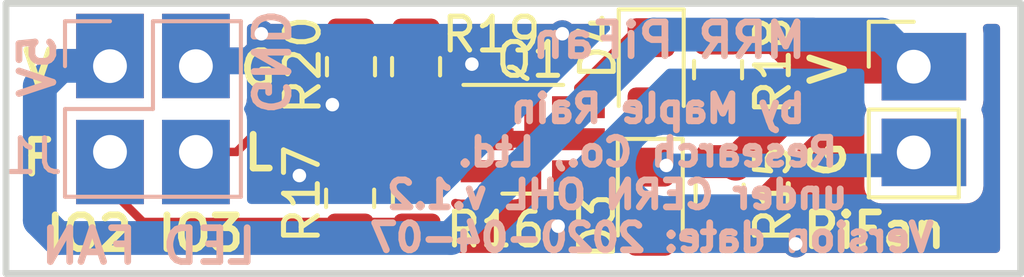
<source format=kicad_pcb>
(kicad_pcb (version 20171130) (host pcbnew 5.1.5-52549c5~86~ubuntu18.04.1)

  (general
    (thickness 1.6)
    (drawings 21)
    (tracks 77)
    (zones 0)
    (modules 11)
    (nets 11)
  )

  (page A4)
  (title_block
    (title "MRR PiFan")
    (date 2020-04-07)
    (company "Maple Rain Research Co., Ltd.")
  )

  (layers
    (0 F.Cu signal)
    (31 B.Cu signal)
    (32 B.Adhes user)
    (33 F.Adhes user)
    (34 B.Paste user)
    (35 F.Paste user)
    (36 B.SilkS user)
    (37 F.SilkS user)
    (38 B.Mask user)
    (39 F.Mask user)
    (40 Dwgs.User user)
    (41 Cmts.User user)
    (42 Eco1.User user)
    (43 Eco2.User user)
    (44 Edge.Cuts user)
    (45 Margin user)
    (46 B.CrtYd user)
    (47 F.CrtYd user)
    (48 B.Fab user hide)
    (49 F.Fab user hide)
  )

  (setup
    (last_trace_width 0.25)
    (trace_clearance 0.2)
    (zone_clearance 0.508)
    (zone_45_only no)
    (trace_min 0.2)
    (via_size 0.8)
    (via_drill 0.4)
    (via_min_size 0.4)
    (via_min_drill 0.3)
    (uvia_size 0.3)
    (uvia_drill 0.1)
    (uvias_allowed no)
    (uvia_min_size 0.2)
    (uvia_min_drill 0.1)
    (edge_width 0.2)
    (segment_width 0.2)
    (pcb_text_width 0.3)
    (pcb_text_size 1.5 1.5)
    (mod_edge_width 0.15)
    (mod_text_size 1 1)
    (mod_text_width 0.15)
    (pad_size 2 2.5)
    (pad_drill 1)
    (pad_to_mask_clearance 0.051)
    (solder_mask_min_width 0.25)
    (aux_axis_origin 0 0)
    (visible_elements FFFFFF7F)
    (pcbplotparams
      (layerselection 0x010fc_ffffffff)
      (usegerberextensions true)
      (usegerberattributes false)
      (usegerberadvancedattributes false)
      (creategerberjobfile false)
      (excludeedgelayer true)
      (linewidth 0.100000)
      (plotframeref false)
      (viasonmask false)
      (mode 1)
      (useauxorigin false)
      (hpglpennumber 1)
      (hpglpenspeed 20)
      (hpglpendiameter 15.000000)
      (psnegative false)
      (psa4output false)
      (plotreference true)
      (plotvalue true)
      (plotinvisibletext false)
      (padsonsilk false)
      (subtractmaskfromsilk false)
      (outputformat 1)
      (mirror false)
      (drillshape 0)
      (scaleselection 1)
      (outputdirectory "gerber/"))
  )

  (net 0 "")
  (net 1 GND)
  (net 2 +5V)
  (net 3 "Net-(Q1-Pad3)")
  (net 4 "Net-(Q1-Pad1)")
  (net 5 FAN_C_GND)
  (net 6 "Net-(D3-Pad2)")
  (net 7 "Net-(D4-Pad2)")
  (net 8 "Net-(D4-Pad1)")
  (net 9 GPIO3)
  (net 10 GPIO2)

  (net_class Default "This is the default net class."
    (clearance 0.2)
    (trace_width 0.25)
    (via_dia 0.8)
    (via_drill 0.4)
    (uvia_dia 0.3)
    (uvia_drill 0.1)
    (add_net FAN_C_GND)
    (add_net GPIO2)
    (add_net GPIO3)
    (add_net "Net-(D3-Pad2)")
    (add_net "Net-(D4-Pad1)")
    (add_net "Net-(D4-Pad2)")
    (add_net "Net-(Q1-Pad1)")
    (add_net "Net-(Q1-Pad3)")
  )

  (net_class PWR ""
    (clearance 0.2)
    (trace_width 0.5)
    (via_dia 0.8)
    (via_drill 0.4)
    (uvia_dia 0.3)
    (uvia_drill 0.1)
    (add_net +5V)
    (add_net GND)
  )

  (module LED_SMD:LED_0805_2012Metric_Pad1.15x1.40mm_HandSolder (layer F.Cu) (tedit 5B4B45C9) (tstamp 5E6EDD28)
    (at 109.05 145.875 270)
    (descr "LED SMD 0805 (2012 Metric), square (rectangular) end terminal, IPC_7351 nominal, (Body size source: https://docs.google.com/spreadsheets/d/1BsfQQcO9C6DZCsRaXUlFlo91Tg2WpOkGARC1WS5S8t0/edit?usp=sharing), generated with kicad-footprint-generator")
    (tags "LED handsolder")
    (path /5E6F1493)
    (attr smd)
    (fp_text reference D3 (at 0.725 1.575 270) (layer F.SilkS)
      (effects (font (size 1 1) (thickness 0.15)))
    )
    (fp_text value LED (at 0 1.65 270) (layer F.Fab)
      (effects (font (size 1 1) (thickness 0.15)))
    )
    (fp_line (start 1 -0.6) (end -0.7 -0.6) (layer F.Fab) (width 0.1))
    (fp_line (start -0.7 -0.6) (end -1 -0.3) (layer F.Fab) (width 0.1))
    (fp_line (start -1 -0.3) (end -1 0.6) (layer F.Fab) (width 0.1))
    (fp_line (start -1 0.6) (end 1 0.6) (layer F.Fab) (width 0.1))
    (fp_line (start 1 0.6) (end 1 -0.6) (layer F.Fab) (width 0.1))
    (fp_line (start 1 -0.96) (end -1.86 -0.96) (layer F.SilkS) (width 0.12))
    (fp_line (start -1.86 -0.96) (end -1.86 0.96) (layer F.SilkS) (width 0.12))
    (fp_line (start -1.86 0.96) (end 1 0.96) (layer F.SilkS) (width 0.12))
    (fp_line (start -1.85 0.95) (end -1.85 -0.95) (layer F.CrtYd) (width 0.05))
    (fp_line (start -1.85 -0.95) (end 1.85 -0.95) (layer F.CrtYd) (width 0.05))
    (fp_line (start 1.85 -0.95) (end 1.85 0.95) (layer F.CrtYd) (width 0.05))
    (fp_line (start 1.85 0.95) (end -1.85 0.95) (layer F.CrtYd) (width 0.05))
    (fp_text user %R (at 0 0 270) (layer F.Fab)
      (effects (font (size 0.5 0.5) (thickness 0.08)))
    )
    (pad 1 smd roundrect (at -1.025 0 270) (size 1.15 1.4) (layers F.Cu F.Paste F.Mask) (roundrect_rratio 0.217391)
      (net 5 FAN_C_GND))
    (pad 2 smd roundrect (at 1.025 0 270) (size 1.15 1.4) (layers F.Cu F.Paste F.Mask) (roundrect_rratio 0.217391)
      (net 6 "Net-(D3-Pad2)"))
    (model ${KISYS3DMOD}/LED_SMD.3dshapes/LED_0805_2012Metric.wrl
      (at (xyz 0 0 0))
      (scale (xyz 1 1 1))
      (rotate (xyz 0 0 0))
    )
  )

  (module LED_SMD:LED_0805_2012Metric_Pad1.15x1.40mm_HandSolder (layer F.Cu) (tedit 5B4B45C9) (tstamp 5E6EDD3B)
    (at 109.078336 142.039811 270)
    (descr "LED SMD 0805 (2012 Metric), square (rectangular) end terminal, IPC_7351 nominal, (Body size source: https://docs.google.com/spreadsheets/d/1BsfQQcO9C6DZCsRaXUlFlo91Tg2WpOkGARC1WS5S8t0/edit?usp=sharing), generated with kicad-footprint-generator")
    (tags "LED handsolder")
    (path /5E6F30D8)
    (attr smd)
    (fp_text reference D4 (at -0.764811 1.578336 270) (layer F.SilkS)
      (effects (font (size 1 1) (thickness 0.15)))
    )
    (fp_text value LED (at 0 1.65 270) (layer F.Fab)
      (effects (font (size 1 1) (thickness 0.15)))
    )
    (fp_text user %R (at 0 0 270) (layer F.Fab)
      (effects (font (size 0.5 0.5) (thickness 0.08)))
    )
    (fp_line (start 1.85 0.95) (end -1.85 0.95) (layer F.CrtYd) (width 0.05))
    (fp_line (start 1.85 -0.95) (end 1.85 0.95) (layer F.CrtYd) (width 0.05))
    (fp_line (start -1.85 -0.95) (end 1.85 -0.95) (layer F.CrtYd) (width 0.05))
    (fp_line (start -1.85 0.95) (end -1.85 -0.95) (layer F.CrtYd) (width 0.05))
    (fp_line (start -1.86 0.96) (end 1 0.96) (layer F.SilkS) (width 0.12))
    (fp_line (start -1.86 -0.96) (end -1.86 0.96) (layer F.SilkS) (width 0.12))
    (fp_line (start 1 -0.96) (end -1.86 -0.96) (layer F.SilkS) (width 0.12))
    (fp_line (start 1 0.6) (end 1 -0.6) (layer F.Fab) (width 0.1))
    (fp_line (start -1 0.6) (end 1 0.6) (layer F.Fab) (width 0.1))
    (fp_line (start -1 -0.3) (end -1 0.6) (layer F.Fab) (width 0.1))
    (fp_line (start -0.7 -0.6) (end -1 -0.3) (layer F.Fab) (width 0.1))
    (fp_line (start 1 -0.6) (end -0.7 -0.6) (layer F.Fab) (width 0.1))
    (pad 2 smd roundrect (at 1.025 0 270) (size 1.15 1.4) (layers F.Cu F.Paste F.Mask) (roundrect_rratio 0.217391)
      (net 7 "Net-(D4-Pad2)"))
    (pad 1 smd roundrect (at -1.025 0 270) (size 1.15 1.4) (layers F.Cu F.Paste F.Mask) (roundrect_rratio 0.217391)
      (net 8 "Net-(D4-Pad1)"))
    (model ${KISYS3DMOD}/LED_SMD.3dshapes/LED_0805_2012Metric.wrl
      (at (xyz 0 0 0))
      (scale (xyz 1 1 1))
      (rotate (xyz 0 0 0))
    )
  )

  (module Connector_PinHeader_2.54mm:PinHeader_1x02_P2.54mm_Vertical (layer F.Cu) (tedit 5E6F74E3) (tstamp 5E6EDD7D)
    (at 116.84 141.875)
    (descr "Through hole straight pin header, 1x02, 2.54mm pitch, single row")
    (tags "Through hole pin header THT 1x02 2.54mm single row")
    (path /5E6F41F5)
    (fp_text reference J2 (at 0 -2.33) (layer F.Fab)
      (effects (font (size 1 1) (thickness 0.15)))
    )
    (fp_text value FAN_B_CTRL (at 0 4.87) (layer F.Fab)
      (effects (font (size 1 1) (thickness 0.15)))
    )
    (fp_line (start -0.635 -1.27) (end 1.27 -1.27) (layer F.Fab) (width 0.1))
    (fp_line (start 1.27 -1.27) (end 1.27 3.81) (layer F.Fab) (width 0.1))
    (fp_line (start 1.27 3.81) (end -1.27 3.81) (layer F.Fab) (width 0.1))
    (fp_line (start -1.27 3.81) (end -1.27 -0.635) (layer F.Fab) (width 0.1))
    (fp_line (start -1.27 -0.635) (end -0.635 -1.27) (layer F.Fab) (width 0.1))
    (fp_line (start -1.33 3.87) (end 1.33 3.87) (layer F.SilkS) (width 0.12))
    (fp_line (start -1.33 1.27) (end -1.33 3.87) (layer F.SilkS) (width 0.12))
    (fp_line (start 1.33 1.27) (end 1.33 3.87) (layer F.SilkS) (width 0.12))
    (fp_line (start -1.33 1.27) (end 1.33 1.27) (layer F.SilkS) (width 0.12))
    (fp_line (start -1.33 0) (end -1.33 -1.33) (layer F.SilkS) (width 0.12))
    (fp_line (start -1.33 -1.33) (end 0 -1.33) (layer F.SilkS) (width 0.12))
    (fp_line (start -1.8 -1.8) (end -1.8 4.35) (layer F.CrtYd) (width 0.05))
    (fp_line (start -1.8 4.35) (end 1.8 4.35) (layer F.CrtYd) (width 0.05))
    (fp_line (start 1.8 4.35) (end 1.8 -1.8) (layer F.CrtYd) (width 0.05))
    (fp_line (start 1.8 -1.8) (end -1.8 -1.8) (layer F.CrtYd) (width 0.05))
    (fp_text user %R (at 0 1.27 90) (layer F.Fab)
      (effects (font (size 1 1) (thickness 0.15)))
    )
    (pad 1 thru_hole rect (at 0 0) (size 2.5 2) (drill 1 (offset 0.3 0)) (layers *.Cu *.Mask)
      (net 2 +5V))
    (pad 2 thru_hole rect (at 0 2.54) (size 2.5 2) (drill 1 (offset 0.3 0)) (layers *.Cu *.Mask)
      (net 5 FAN_C_GND))
    (model ${KISYS3DMOD}/Connector_PinHeader_2.54mm.3dshapes/PinHeader_1x02_P2.54mm_Vertical.wrl
      (at (xyz 0 0 0))
      (scale (xyz 1 1 1))
      (rotate (xyz 0 0 0))
    )
  )

  (module Package_TO_SOT_SMD:SOT-23-6_Handsoldering (layer F.Cu) (tedit 5A02FF57) (tstamp 5E6EDD93)
    (at 105.575 144.025)
    (descr "6-pin SOT-23 package, Handsoldering")
    (tags "SOT-23-6 Handsoldering")
    (path /5E6F14A4)
    (attr smd)
    (fp_text reference Q1 (at -0.075 -2.35) (layer F.SilkS)
      (effects (font (size 1 1) (thickness 0.15)))
    )
    (fp_text value WST3392 (at 0 2.9) (layer F.Fab)
      (effects (font (size 1 1) (thickness 0.15)))
    )
    (fp_text user %R (at 0 0 90) (layer F.Fab)
      (effects (font (size 0.5 0.5) (thickness 0.075)))
    )
    (fp_line (start -0.9 1.61) (end 0.9 1.61) (layer F.SilkS) (width 0.12))
    (fp_line (start 0.9 -1.61) (end -2.05 -1.61) (layer F.SilkS) (width 0.12))
    (fp_line (start -2.4 1.8) (end -2.4 -1.8) (layer F.CrtYd) (width 0.05))
    (fp_line (start 2.4 1.8) (end -2.4 1.8) (layer F.CrtYd) (width 0.05))
    (fp_line (start 2.4 -1.8) (end 2.4 1.8) (layer F.CrtYd) (width 0.05))
    (fp_line (start -2.4 -1.8) (end 2.4 -1.8) (layer F.CrtYd) (width 0.05))
    (fp_line (start -0.9 -0.9) (end -0.25 -1.55) (layer F.Fab) (width 0.1))
    (fp_line (start 0.9 -1.55) (end -0.25 -1.55) (layer F.Fab) (width 0.1))
    (fp_line (start -0.9 -0.9) (end -0.9 1.55) (layer F.Fab) (width 0.1))
    (fp_line (start 0.9 1.55) (end -0.9 1.55) (layer F.Fab) (width 0.1))
    (fp_line (start 0.9 -1.55) (end 0.9 1.55) (layer F.Fab) (width 0.1))
    (pad 1 smd rect (at -1.35 -0.95) (size 1.56 0.65) (layers F.Cu F.Paste F.Mask)
      (net 4 "Net-(Q1-Pad1)"))
    (pad 2 smd rect (at -1.35 0) (size 1.56 0.65) (layers F.Cu F.Paste F.Mask)
      (net 1 GND))
    (pad 3 smd rect (at -1.35 0.95) (size 1.56 0.65) (layers F.Cu F.Paste F.Mask)
      (net 3 "Net-(Q1-Pad3)"))
    (pad 4 smd rect (at 1.35 0.95) (size 1.56 0.65) (layers F.Cu F.Paste F.Mask)
      (net 5 FAN_C_GND))
    (pad 6 smd rect (at 1.35 -0.95) (size 1.56 0.65) (layers F.Cu F.Paste F.Mask)
      (net 8 "Net-(D4-Pad1)"))
    (pad 5 smd rect (at 1.35 0) (size 1.56 0.65) (layers F.Cu F.Paste F.Mask)
      (net 1 GND))
    (model ${KISYS3DMOD}/Package_TO_SOT_SMD.3dshapes/SOT-23-6.wrl
      (at (xyz 0 0 0))
      (scale (xyz 1 1 1))
      (rotate (xyz 0 0 0))
    )
  )

  (module Resistor_SMD:R_0805_2012Metric (layer F.Cu) (tedit 5B36C52B) (tstamp 5E6EDDA4)
    (at 111.1 145.625 90)
    (descr "Resistor SMD 0805 (2012 Metric), square (rectangular) end terminal, IPC_7351 nominal, (Body size source: https://docs.google.com/spreadsheets/d/1BsfQQcO9C6DZCsRaXUlFlo91Tg2WpOkGARC1WS5S8t0/edit?usp=sharing), generated with kicad-footprint-generator")
    (tags resistor)
    (path /5E6F149A)
    (attr smd)
    (fp_text reference R15 (at -0.025 1.575 90) (layer F.SilkS)
      (effects (font (size 1 1) (thickness 0.15)))
    )
    (fp_text value 330R (at 0 1.65 90) (layer F.Fab)
      (effects (font (size 1 1) (thickness 0.15)))
    )
    (fp_text user %R (at 0 0 90) (layer F.Fab)
      (effects (font (size 0.5 0.5) (thickness 0.08)))
    )
    (fp_line (start 1.68 0.95) (end -1.68 0.95) (layer F.CrtYd) (width 0.05))
    (fp_line (start 1.68 -0.95) (end 1.68 0.95) (layer F.CrtYd) (width 0.05))
    (fp_line (start -1.68 -0.95) (end 1.68 -0.95) (layer F.CrtYd) (width 0.05))
    (fp_line (start -1.68 0.95) (end -1.68 -0.95) (layer F.CrtYd) (width 0.05))
    (fp_line (start -0.258578 0.71) (end 0.258578 0.71) (layer F.SilkS) (width 0.12))
    (fp_line (start -0.258578 -0.71) (end 0.258578 -0.71) (layer F.SilkS) (width 0.12))
    (fp_line (start 1 0.6) (end -1 0.6) (layer F.Fab) (width 0.1))
    (fp_line (start 1 -0.6) (end 1 0.6) (layer F.Fab) (width 0.1))
    (fp_line (start -1 -0.6) (end 1 -0.6) (layer F.Fab) (width 0.1))
    (fp_line (start -1 0.6) (end -1 -0.6) (layer F.Fab) (width 0.1))
    (pad 2 smd roundrect (at 0.9375 0 90) (size 0.975 1.4) (layers F.Cu F.Paste F.Mask) (roundrect_rratio 0.25)
      (net 2 +5V))
    (pad 1 smd roundrect (at -0.9375 0 90) (size 0.975 1.4) (layers F.Cu F.Paste F.Mask) (roundrect_rratio 0.25)
      (net 6 "Net-(D3-Pad2)"))
    (model ${KISYS3DMOD}/Resistor_SMD.3dshapes/R_0805_2012Metric.wrl
      (at (xyz 0 0 0))
      (scale (xyz 1 1 1))
      (rotate (xyz 0 0 0))
    )
  )

  (module Resistor_SMD:R_0805_2012Metric (layer F.Cu) (tedit 5B36C52B) (tstamp 5E6EDDB5)
    (at 102.15 145.775 270)
    (descr "Resistor SMD 0805 (2012 Metric), square (rectangular) end terminal, IPC_7351 nominal, (Body size source: https://docs.google.com/spreadsheets/d/1BsfQQcO9C6DZCsRaXUlFlo91Tg2WpOkGARC1WS5S8t0/edit?usp=sharing), generated with kicad-footprint-generator")
    (tags resistor)
    (path /5E6F1477)
    (attr smd)
    (fp_text reference R16 (at 0.925 -2.325) (layer F.SilkS)
      (effects (font (size 1 1) (thickness 0.15)))
    )
    (fp_text value 10R (at 0 1.65 270) (layer F.Fab)
      (effects (font (size 1 1) (thickness 0.15)))
    )
    (fp_text user %R (at 0 0 270) (layer F.Fab)
      (effects (font (size 0.5 0.5) (thickness 0.08)))
    )
    (fp_line (start 1.68 0.95) (end -1.68 0.95) (layer F.CrtYd) (width 0.05))
    (fp_line (start 1.68 -0.95) (end 1.68 0.95) (layer F.CrtYd) (width 0.05))
    (fp_line (start -1.68 -0.95) (end 1.68 -0.95) (layer F.CrtYd) (width 0.05))
    (fp_line (start -1.68 0.95) (end -1.68 -0.95) (layer F.CrtYd) (width 0.05))
    (fp_line (start -0.258578 0.71) (end 0.258578 0.71) (layer F.SilkS) (width 0.12))
    (fp_line (start -0.258578 -0.71) (end 0.258578 -0.71) (layer F.SilkS) (width 0.12))
    (fp_line (start 1 0.6) (end -1 0.6) (layer F.Fab) (width 0.1))
    (fp_line (start 1 -0.6) (end 1 0.6) (layer F.Fab) (width 0.1))
    (fp_line (start -1 -0.6) (end 1 -0.6) (layer F.Fab) (width 0.1))
    (fp_line (start -1 0.6) (end -1 -0.6) (layer F.Fab) (width 0.1))
    (pad 2 smd roundrect (at 0.9375 0 270) (size 0.975 1.4) (layers F.Cu F.Paste F.Mask) (roundrect_rratio 0.25)
      (net 10 GPIO2))
    (pad 1 smd roundrect (at -0.9375 0 270) (size 0.975 1.4) (layers F.Cu F.Paste F.Mask) (roundrect_rratio 0.25)
      (net 3 "Net-(Q1-Pad3)"))
    (model ${KISYS3DMOD}/Resistor_SMD.3dshapes/R_0805_2012Metric.wrl
      (at (xyz 0 0 0))
      (scale (xyz 1 1 1))
      (rotate (xyz 0 0 0))
    )
  )

  (module Resistor_SMD:R_0805_2012Metric (layer F.Cu) (tedit 5B36C52B) (tstamp 5E6EDDC6)
    (at 100.175 145.775 270)
    (descr "Resistor SMD 0805 (2012 Metric), square (rectangular) end terminal, IPC_7351 nominal, (Body size source: https://docs.google.com/spreadsheets/d/1BsfQQcO9C6DZCsRaXUlFlo91Tg2WpOkGARC1WS5S8t0/edit?usp=sharing), generated with kicad-footprint-generator")
    (tags resistor)
    (path /5E6F147E)
    (attr smd)
    (fp_text reference R17 (at -0.125 1.425 90) (layer F.SilkS)
      (effects (font (size 1 1) (thickness 0.15)))
    )
    (fp_text value 100K (at 0 1.65 270) (layer F.Fab)
      (effects (font (size 1 1) (thickness 0.15)))
    )
    (fp_line (start -1 0.6) (end -1 -0.6) (layer F.Fab) (width 0.1))
    (fp_line (start -1 -0.6) (end 1 -0.6) (layer F.Fab) (width 0.1))
    (fp_line (start 1 -0.6) (end 1 0.6) (layer F.Fab) (width 0.1))
    (fp_line (start 1 0.6) (end -1 0.6) (layer F.Fab) (width 0.1))
    (fp_line (start -0.258578 -0.71) (end 0.258578 -0.71) (layer F.SilkS) (width 0.12))
    (fp_line (start -0.258578 0.71) (end 0.258578 0.71) (layer F.SilkS) (width 0.12))
    (fp_line (start -1.68 0.95) (end -1.68 -0.95) (layer F.CrtYd) (width 0.05))
    (fp_line (start -1.68 -0.95) (end 1.68 -0.95) (layer F.CrtYd) (width 0.05))
    (fp_line (start 1.68 -0.95) (end 1.68 0.95) (layer F.CrtYd) (width 0.05))
    (fp_line (start 1.68 0.95) (end -1.68 0.95) (layer F.CrtYd) (width 0.05))
    (fp_text user %R (at 0 0 270) (layer F.Fab)
      (effects (font (size 0.5 0.5) (thickness 0.08)))
    )
    (pad 1 smd roundrect (at -0.9375 0 270) (size 0.975 1.4) (layers F.Cu F.Paste F.Mask) (roundrect_rratio 0.25)
      (net 1 GND))
    (pad 2 smd roundrect (at 0.9375 0 270) (size 0.975 1.4) (layers F.Cu F.Paste F.Mask) (roundrect_rratio 0.25)
      (net 10 GPIO2))
    (model ${KISYS3DMOD}/Resistor_SMD.3dshapes/R_0805_2012Metric.wrl
      (at (xyz 0 0 0))
      (scale (xyz 1 1 1))
      (rotate (xyz 0 0 0))
    )
  )

  (module Resistor_SMD:R_0805_2012Metric (layer F.Cu) (tedit 5B36C52B) (tstamp 5E6EDDD7)
    (at 111.053336 141.964811 90)
    (descr "Resistor SMD 0805 (2012 Metric), square (rectangular) end terminal, IPC_7351 nominal, (Body size source: https://docs.google.com/spreadsheets/d/1BsfQQcO9C6DZCsRaXUlFlo91Tg2WpOkGARC1WS5S8t0/edit?usp=sharing), generated with kicad-footprint-generator")
    (tags resistor)
    (path /5E6F30DF)
    (attr smd)
    (fp_text reference R18 (at 0.114811 1.621664 90) (layer F.SilkS)
      (effects (font (size 1 1) (thickness 0.15)))
    )
    (fp_text value 330R (at 0 1.65 90) (layer F.Fab)
      (effects (font (size 1 1) (thickness 0.15)))
    )
    (fp_line (start -1 0.6) (end -1 -0.6) (layer F.Fab) (width 0.1))
    (fp_line (start -1 -0.6) (end 1 -0.6) (layer F.Fab) (width 0.1))
    (fp_line (start 1 -0.6) (end 1 0.6) (layer F.Fab) (width 0.1))
    (fp_line (start 1 0.6) (end -1 0.6) (layer F.Fab) (width 0.1))
    (fp_line (start -0.258578 -0.71) (end 0.258578 -0.71) (layer F.SilkS) (width 0.12))
    (fp_line (start -0.258578 0.71) (end 0.258578 0.71) (layer F.SilkS) (width 0.12))
    (fp_line (start -1.68 0.95) (end -1.68 -0.95) (layer F.CrtYd) (width 0.05))
    (fp_line (start -1.68 -0.95) (end 1.68 -0.95) (layer F.CrtYd) (width 0.05))
    (fp_line (start 1.68 -0.95) (end 1.68 0.95) (layer F.CrtYd) (width 0.05))
    (fp_line (start 1.68 0.95) (end -1.68 0.95) (layer F.CrtYd) (width 0.05))
    (fp_text user %R (at 0 0 90) (layer F.Fab)
      (effects (font (size 0.5 0.5) (thickness 0.08)))
    )
    (pad 1 smd roundrect (at -0.9375 0 90) (size 0.975 1.4) (layers F.Cu F.Paste F.Mask) (roundrect_rratio 0.25)
      (net 7 "Net-(D4-Pad2)"))
    (pad 2 smd roundrect (at 0.9375 0 90) (size 0.975 1.4) (layers F.Cu F.Paste F.Mask) (roundrect_rratio 0.25)
      (net 2 +5V))
    (model ${KISYS3DMOD}/Resistor_SMD.3dshapes/R_0805_2012Metric.wrl
      (at (xyz 0 0 0))
      (scale (xyz 1 1 1))
      (rotate (xyz 0 0 0))
    )
  )

  (module Resistor_SMD:R_0805_2012Metric (layer F.Cu) (tedit 5B36C52B) (tstamp 5E6EDDE8)
    (at 102.125 141.875 90)
    (descr "Resistor SMD 0805 (2012 Metric), square (rectangular) end terminal, IPC_7351 nominal, (Body size source: https://docs.google.com/spreadsheets/d/1BsfQQcO9C6DZCsRaXUlFlo91Tg2WpOkGARC1WS5S8t0/edit?usp=sharing), generated with kicad-footprint-generator")
    (tags resistor)
    (path /5E6F1469)
    (attr smd)
    (fp_text reference R19 (at 0.95 2.225 180) (layer F.SilkS)
      (effects (font (size 1 1) (thickness 0.15)))
    )
    (fp_text value 10R (at 0 1.65 90) (layer F.Fab)
      (effects (font (size 1 1) (thickness 0.15)))
    )
    (fp_text user %R (at 0 0 90) (layer F.Fab)
      (effects (font (size 0.5 0.5) (thickness 0.08)))
    )
    (fp_line (start 1.68 0.95) (end -1.68 0.95) (layer F.CrtYd) (width 0.05))
    (fp_line (start 1.68 -0.95) (end 1.68 0.95) (layer F.CrtYd) (width 0.05))
    (fp_line (start -1.68 -0.95) (end 1.68 -0.95) (layer F.CrtYd) (width 0.05))
    (fp_line (start -1.68 0.95) (end -1.68 -0.95) (layer F.CrtYd) (width 0.05))
    (fp_line (start -0.258578 0.71) (end 0.258578 0.71) (layer F.SilkS) (width 0.12))
    (fp_line (start -0.258578 -0.71) (end 0.258578 -0.71) (layer F.SilkS) (width 0.12))
    (fp_line (start 1 0.6) (end -1 0.6) (layer F.Fab) (width 0.1))
    (fp_line (start 1 -0.6) (end 1 0.6) (layer F.Fab) (width 0.1))
    (fp_line (start -1 -0.6) (end 1 -0.6) (layer F.Fab) (width 0.1))
    (fp_line (start -1 0.6) (end -1 -0.6) (layer F.Fab) (width 0.1))
    (pad 2 smd roundrect (at 0.9375 0 90) (size 0.975 1.4) (layers F.Cu F.Paste F.Mask) (roundrect_rratio 0.25)
      (net 9 GPIO3))
    (pad 1 smd roundrect (at -0.9375 0 90) (size 0.975 1.4) (layers F.Cu F.Paste F.Mask) (roundrect_rratio 0.25)
      (net 4 "Net-(Q1-Pad1)"))
    (model ${KISYS3DMOD}/Resistor_SMD.3dshapes/R_0805_2012Metric.wrl
      (at (xyz 0 0 0))
      (scale (xyz 1 1 1))
      (rotate (xyz 0 0 0))
    )
  )

  (module Resistor_SMD:R_0805_2012Metric (layer F.Cu) (tedit 5B36C52B) (tstamp 5E6EDDF9)
    (at 100.2 141.875 90)
    (descr "Resistor SMD 0805 (2012 Metric), square (rectangular) end terminal, IPC_7351 nominal, (Body size source: https://docs.google.com/spreadsheets/d/1BsfQQcO9C6DZCsRaXUlFlo91Tg2WpOkGARC1WS5S8t0/edit?usp=sharing), generated with kicad-footprint-generator")
    (tags resistor)
    (path /5E6F1470)
    (attr smd)
    (fp_text reference R20 (at 0.05 -1.425 90) (layer F.SilkS)
      (effects (font (size 1 1) (thickness 0.15)))
    )
    (fp_text value 100K (at 0 1.65 90) (layer F.Fab)
      (effects (font (size 1 1) (thickness 0.15)))
    )
    (fp_line (start -1 0.6) (end -1 -0.6) (layer F.Fab) (width 0.1))
    (fp_line (start -1 -0.6) (end 1 -0.6) (layer F.Fab) (width 0.1))
    (fp_line (start 1 -0.6) (end 1 0.6) (layer F.Fab) (width 0.1))
    (fp_line (start 1 0.6) (end -1 0.6) (layer F.Fab) (width 0.1))
    (fp_line (start -0.258578 -0.71) (end 0.258578 -0.71) (layer F.SilkS) (width 0.12))
    (fp_line (start -0.258578 0.71) (end 0.258578 0.71) (layer F.SilkS) (width 0.12))
    (fp_line (start -1.68 0.95) (end -1.68 -0.95) (layer F.CrtYd) (width 0.05))
    (fp_line (start -1.68 -0.95) (end 1.68 -0.95) (layer F.CrtYd) (width 0.05))
    (fp_line (start 1.68 -0.95) (end 1.68 0.95) (layer F.CrtYd) (width 0.05))
    (fp_line (start 1.68 0.95) (end -1.68 0.95) (layer F.CrtYd) (width 0.05))
    (fp_text user %R (at 0 0 90) (layer F.Fab)
      (effects (font (size 0.5 0.5) (thickness 0.08)))
    )
    (pad 1 smd roundrect (at -0.9375 0 90) (size 0.975 1.4) (layers F.Cu F.Paste F.Mask) (roundrect_rratio 0.25)
      (net 1 GND))
    (pad 2 smd roundrect (at 0.9375 0 90) (size 0.975 1.4) (layers F.Cu F.Paste F.Mask) (roundrect_rratio 0.25)
      (net 9 GPIO3))
    (model ${KISYS3DMOD}/Resistor_SMD.3dshapes/R_0805_2012Metric.wrl
      (at (xyz 0 0 0))
      (scale (xyz 1 1 1))
      (rotate (xyz 0 0 0))
    )
  )

  (module Connector_PinSocket_2.54mm:PinSocket_2x02_P2.54mm_Vertical (layer B.Cu) (tedit 5E8D85A1) (tstamp 5E8D8458)
    (at 93.075 141.859 180)
    (descr "Through hole straight socket strip, 2x02, 2.54mm pitch, double cols (from Kicad 4.0.7), script generated")
    (tags "Through hole socket strip THT 2x02 2.54mm double row")
    (path /5E8D9B31)
    (fp_text reference J1 (at 2.27 -2.667) (layer B.SilkS)
      (effects (font (size 1 1) (thickness 0.15)) (justify mirror))
    )
    (fp_text value Conn_02x02_Top_Bottom (at -1.27 -5.31) (layer B.Fab)
      (effects (font (size 1 1) (thickness 0.15)) (justify mirror))
    )
    (fp_line (start -3.81 1.27) (end 0.27 1.27) (layer B.Fab) (width 0.1))
    (fp_line (start 0.27 1.27) (end 1.27 0.27) (layer B.Fab) (width 0.1))
    (fp_line (start 1.27 0.27) (end 1.27 -3.81) (layer B.Fab) (width 0.1))
    (fp_line (start 1.27 -3.81) (end -3.81 -3.81) (layer B.Fab) (width 0.1))
    (fp_line (start -3.81 -3.81) (end -3.81 1.27) (layer B.Fab) (width 0.1))
    (fp_line (start -3.87 1.33) (end -1.27 1.33) (layer B.SilkS) (width 0.12))
    (fp_line (start -3.87 1.33) (end -3.87 -3.87) (layer B.SilkS) (width 0.12))
    (fp_line (start -3.87 -3.87) (end 1.33 -3.87) (layer B.SilkS) (width 0.12))
    (fp_line (start 1.33 -1.27) (end 1.33 -3.87) (layer B.SilkS) (width 0.12))
    (fp_line (start -1.27 -1.27) (end 1.33 -1.27) (layer B.SilkS) (width 0.12))
    (fp_line (start -1.27 1.33) (end -1.27 -1.27) (layer B.SilkS) (width 0.12))
    (fp_line (start 1.33 1.33) (end 1.33 0) (layer B.SilkS) (width 0.12))
    (fp_line (start 0 1.33) (end 1.33 1.33) (layer B.SilkS) (width 0.12))
    (fp_line (start -4.34 1.8) (end 1.76 1.8) (layer B.CrtYd) (width 0.05))
    (fp_line (start 1.76 1.8) (end 1.76 -4.3) (layer B.CrtYd) (width 0.05))
    (fp_line (start 1.76 -4.3) (end -4.34 -4.3) (layer B.CrtYd) (width 0.05))
    (fp_line (start -4.34 -4.3) (end -4.34 1.8) (layer B.CrtYd) (width 0.05))
    (fp_text user %R (at -1.27 -1.27 270) (layer B.Fab)
      (effects (font (size 1 1) (thickness 0.15)) (justify mirror))
    )
    (pad 1 thru_hole rect (at 0 0 180) (size 2 2.5) (drill 1 (offset 0 0.3)) (layers *.Cu *.Mask)
      (net 2 +5V))
    (pad 2 thru_hole rect (at -2.54 0 180) (size 2 2.5) (drill 1 (offset 0 0.3)) (layers *.Cu *.Mask)
      (net 1 GND))
    (pad 3 thru_hole rect (at 0 -2.54 180) (size 2 2.5) (drill 1 (offset 0 -0.3)) (layers *.Cu *.Mask)
      (net 10 GPIO2))
    (pad 4 thru_hole rect (at -2.54 -2.54 180) (size 2 2.5) (drill 1 (offset 0 -0.3)) (layers *.Cu *.Mask)
      (net 9 GPIO3))
    (model ${KISYS3DMOD}/Connector_PinSocket_2.54mm.3dshapes/PinSocket_2x02_P2.54mm_Vertical.wrl
      (at (xyz 0 0 0))
      (scale (xyz 1 1 1))
      (rotate (xyz 0 0 0))
    )
  )

  (gr_text "MRR PiFan" (at 109.601 141.097) (layer B.SilkS) (tstamp 5E8D86C3)
    (effects (font (size 1 1) (thickness 0.2)) (justify mirror))
  )
  (gr_text "under CERN OHL v.1.2" (at 108.077 145.669) (layer B.SilkS) (tstamp 5E8D86C0)
    (effects (font (size 0.8 0.8) (thickness 0.2)) (justify mirror))
  )
  (gr_text "Version date: 2020-04-07" (at 109.093 146.939) (layer B.SilkS) (tstamp 5E8D86BD)
    (effects (font (size 0.8 0.8) (thickness 0.2)) (justify mirror))
  )
  (gr_text "by Maple Rain \nResearch Co., Ltd.\n" (at 108.966 143.764) (layer B.SilkS) (tstamp 5E8D86AD)
    (effects (font (size 0.8 0.8) (thickness 0.2)) (justify mirror))
  )
  (gr_text GND (at 97.79 141.732 270) (layer B.SilkS) (tstamp 5E8D850E)
    (effects (font (size 1 1) (thickness 0.2)) (justify mirror))
  )
  (gr_text 5V (at 90.932 141.859 90) (layer B.SilkS) (tstamp 5E8D84F2)
    (effects (font (size 1 1) (thickness 0.2)) (justify mirror))
  )
  (gr_text FAN (at 92.456 147.193) (layer B.SilkS) (tstamp 5E8D84EC)
    (effects (font (size 1 1) (thickness 0.2)) (justify mirror))
  )
  (gr_text LED (at 96.012 147.193) (layer B.SilkS) (tstamp 5E8D84E8)
    (effects (font (size 1 1) (thickness 0.2)) (justify mirror))
  )
  (gr_text IO2 (at 92.456 146.812) (layer F.SilkS) (tstamp 5E8D84DC)
    (effects (font (size 1 1) (thickness 0.2)))
  )
  (gr_text IO3 (at 95.758 146.812) (layer F.SilkS) (tstamp 5E8D84D8)
    (effects (font (size 1 1) (thickness 0.2)))
  )
  (gr_text PiFan (at 115.675 146.725) (layer F.SilkS) (tstamp 5E6EEFDF)
    (effects (font (size 1 1) (thickness 0.2)))
  )
  (gr_line (start 120 140) (end 90 140) (layer Edge.Cuts) (width 0.2) (tstamp 5E6EEC45))
  (gr_text L (at 97.475 144.425) (layer F.SilkS) (tstamp 5E6EE93C)
    (effects (font (size 1 1) (thickness 0.2)))
  )
  (gr_text F (at 90.95 144.575) (layer F.SilkS) (tstamp 5E6EE937)
    (effects (font (size 1 1) (thickness 0.2)))
  )
  (gr_text G (at 97.45 141.95) (layer F.SilkS) (tstamp 5E6EE92F)
    (effects (font (size 1 1) (thickness 0.2)))
  )
  (gr_text V (at 90.95 141.925) (layer F.SilkS) (tstamp 5E6EE927)
    (effects (font (size 1 1) (thickness 0.2)))
  )
  (gr_text G (at 114.2877 144.6258 90) (layer F.SilkS) (tstamp 5E6EE916)
    (effects (font (size 1 1) (thickness 0.2)))
  )
  (gr_text V (at 114.3127 141.9508 90) (layer F.SilkS) (tstamp 5E6EE915)
    (effects (font (size 1 1) (thickness 0.2)))
  )
  (gr_line (start 120 148) (end 90 148) (layer Edge.Cuts) (width 0.2) (tstamp 5E87648F))
  (gr_line (start 90 148) (end 90 140) (layer Edge.Cuts) (width 0.2))
  (gr_line (start 120 140) (end 120 148) (layer Edge.Cuts) (width 0.2))

  (via (at 106.325 146.6) (size 0.8) (drill 0.4) (layers F.Cu B.Cu) (net 1))
  (via (at 113.35 147.125) (size 0.8) (drill 0.4) (layers F.Cu B.Cu) (net 1))
  (segment (start 100.2 142.8125) (end 100.2875 142.8125) (width 0.5) (layer F.Cu) (net 1) (status 30))
  (segment (start 100.2875 142.8125) (end 100.15 142.95) (width 0.5) (layer F.Cu) (net 1) (status 30))
  (segment (start 100.15 142.95) (end 100.15 144.675) (width 0.5) (layer F.Cu) (net 1) (status 30))
  (segment (start 104.225 144.025) (end 104.575 144.025) (width 0.5) (layer F.Cu) (net 1) (status 30))
  (via (at 99.65 143) (size 0.8) (drill 0.4) (layers F.Cu B.Cu) (net 1) (status 30))
  (segment (start 95.59 141.85) (end 98.5 141.85) (width 0.5) (layer B.Cu) (net 1) (status 10))
  (segment (start 98.5 141.85) (end 99.65 143) (width 0.5) (layer B.Cu) (net 1))
  (segment (start 99.65 143) (end 99.875 142.775) (width 0.5) (layer F.Cu) (net 1) (status 30))
  (via (at 103.775 141.8) (size 0.8) (drill 0.4) (layers F.Cu B.Cu) (net 1))
  (segment (start 99.65 143) (end 102.575 143) (width 0.5) (layer B.Cu) (net 1))
  (segment (start 102.575 143) (end 103.775 141.8) (width 0.5) (layer B.Cu) (net 1))
  (segment (start 104.865002 141.8) (end 105.575 142.509998) (width 0.5) (layer F.Cu) (net 1))
  (segment (start 103.775 141.8) (end 104.865002 141.8) (width 0.5) (layer F.Cu) (net 1))
  (segment (start 105.575 142.509998) (end 105.575 144.025) (width 0.5) (layer F.Cu) (net 1))
  (segment (start 104.575 144.025) (end 105.575 144.025) (width 0.5) (layer F.Cu) (net 1) (status 10))
  (segment (start 105.575 144.025) (end 106.75 144.025) (width 0.5) (layer F.Cu) (net 1) (status 20))
  (via (at 98.675 145.1) (size 0.8) (drill 0.4) (layers F.Cu B.Cu) (net 1))
  (segment (start 105.575 145.85) (end 105.575 144.025) (width 0.5) (layer F.Cu) (net 1))
  (segment (start 106.325 146.6) (end 105.575 145.85) (width 0.5) (layer F.Cu) (net 1))
  (via (at 106.45 140.9) (size 0.8) (drill 0.4) (layers F.Cu B.Cu) (net 1))
  (via (at 97.55 140.9) (size 0.8) (drill 0.4) (layers F.Cu B.Cu) (net 1))
  (segment (start 93.05 141.85) (end 91.7 141.85) (width 1) (layer B.Cu) (net 2) (status 10))
  (segment (start 104.374999 145.700001) (end 109.15 140.925) (width 1) (layer B.Cu) (net 2))
  (segment (start 104.374999 145.700001) (end 104.374999 145.725001) (width 1) (layer B.Cu) (net 2))
  (segment (start 104.374999 145.725001) (end 103.15 146.95) (width 1) (layer B.Cu) (net 2))
  (segment (start 91.7 141.85) (end 91.6 141.85) (width 1) (layer B.Cu) (net 2))
  (segment (start 91.6 141.85) (end 91 142.45) (width 1) (layer B.Cu) (net 2))
  (segment (start 91 146.425) (end 91.525 146.95) (width 1) (layer B.Cu) (net 2))
  (segment (start 91 142.45) (end 91 146.425) (width 1) (layer B.Cu) (net 2))
  (segment (start 103.15 146.95) (end 91.525 146.95) (width 1) (layer B.Cu) (net 2))
  (segment (start 113.65 141.875) (end 112.775 141) (width 1) (layer F.Cu) (net 2))
  (segment (start 112.775 141) (end 111.275 141) (width 1) (layer F.Cu) (net 2) (status 20))
  (segment (start 115 141.875) (end 113.65 141.875) (width 1) (layer F.Cu) (net 2) (status 10))
  (segment (start 114.7125 141.875) (end 114.975 141.875) (width 1) (layer F.Cu) (net 2) (status 30))
  (segment (start 111.9 144.425) (end 114.125 142.2) (width 1) (layer F.Cu) (net 2))
  (segment (start 111.65 144.675) (end 111.575 144.75) (width 1) (layer F.Cu) (net 2))
  (segment (start 111.9 144.425) (end 111.65 144.675) (width 1) (layer F.Cu) (net 2))
  (segment (start 114.7125 141.875) (end 116.84 141.875) (width 1) (layer F.Cu) (net 2))
  (segment (start 116.765 141.95) (end 116.84 141.875) (width 0.5) (layer B.Cu) (net 2))
  (segment (start 115.89 140.925) (end 116.84 141.875) (width 1) (layer B.Cu) (net 2))
  (segment (start 112.9099 140.925) (end 115.89 140.925) (width 1) (layer B.Cu) (net 2))
  (segment (start 112.9099 140.925) (end 113.85 140.925) (width 1) (layer B.Cu) (net 2))
  (segment (start 109.15 140.925) (end 112.9099 140.925) (width 1) (layer B.Cu) (net 2))
  (segment (start 102.15 144.8375) (end 102.1875 144.8375) (width 0.25) (layer F.Cu) (net 3) (status 30))
  (segment (start 102.1875 144.8375) (end 102.35 145) (width 0.25) (layer F.Cu) (net 3) (status 30))
  (segment (start 102.35 145) (end 104.3 145) (width 0.25) (layer F.Cu) (net 3) (status 30))
  (segment (start 102.125 142.8125) (end 102.2375 142.8125) (width 0.25) (layer F.Cu) (net 4) (status 30))
  (segment (start 102.2375 142.8125) (end 102.475 143.05) (width 0.25) (layer F.Cu) (net 4) (status 30))
  (segment (start 102.475 143.05) (end 104.1 143.05) (width 0.25) (layer F.Cu) (net 4) (status 30))
  (segment (start 106.925 144.975) (end 107.3 144.975) (width 0.7) (layer F.Cu) (net 5) (status 30))
  (segment (start 107.3 144.975) (end 109.025 144.975) (width 0.7) (layer F.Cu) (net 5) (status 30))
  (via (at 109.525 144.8) (size 0.8) (drill 0.4) (layers F.Cu B.Cu) (net 5) (status 30))
  (segment (start 114.65 144.8) (end 109.525 144.8) (width 0.7) (layer B.Cu) (net 5) (status 10))
  (segment (start 109.525 144.8) (end 109.075 144.8) (width 0.7) (layer F.Cu) (net 5) (status 30))
  (segment (start 116.455 144.8) (end 116.84 144.415) (width 0.25) (layer B.Cu) (net 5))
  (segment (start 114.65 144.8) (end 116.455 144.8) (width 0.7) (layer B.Cu) (net 5))
  (segment (start 109.05 146.9) (end 109.475 146.9) (width 0.25) (layer F.Cu) (net 6) (status 30))
  (segment (start 109.475 146.9) (end 109.7 146.675) (width 0.25) (layer F.Cu) (net 6) (status 30))
  (segment (start 109.7 146.675) (end 110.925 146.675) (width 0.25) (layer F.Cu) (net 6) (status 30))
  (segment (start 109.078336 143.064811) (end 109.435189 143.064811) (width 0.25) (layer F.Cu) (net 7) (status 30))
  (segment (start 109.435189 143.064811) (end 109.525 142.975) (width 0.25) (layer F.Cu) (net 7) (status 30))
  (segment (start 109.525 142.975) (end 111.125 142.975) (width 0.25) (layer F.Cu) (net 7) (status 30))
  (segment (start 106.925 142.5) (end 108.45 140.975) (width 0.25) (layer F.Cu) (net 8) (status 20))
  (segment (start 106.925 143.075) (end 106.925 142.5) (width 0.25) (layer F.Cu) (net 8) (status 10))
  (segment (start 96.817081 144.4) (end 98.25 142.967081) (width 0.25) (layer F.Cu) (net 9))
  (segment (start 95.615 144.4) (end 96.817081 144.4) (width 0.25) (layer F.Cu) (net 9) (status 10))
  (segment (start 98.25 142.967081) (end 98.25 141.85) (width 0.25) (layer F.Cu) (net 9))
  (segment (start 98.25 141.85) (end 99.275 140.825) (width 0.25) (layer F.Cu) (net 9))
  (segment (start 99.275 140.825) (end 102.1 140.825) (width 0.25) (layer F.Cu) (net 9) (status 20))
  (segment (start 93.075 145.5) (end 94.05 146.475) (width 0.25) (layer F.Cu) (net 10))
  (segment (start 93.075 144.4) (end 93.075 145.5) (width 0.25) (layer F.Cu) (net 10) (status 10))
  (segment (start 94.05 146.475) (end 102.125 146.475) (width 0.25) (layer F.Cu) (net 10) (status 20))
  (segment (start 100.175 146.7125) (end 100.5625 146.7125) (width 0.25) (layer F.Cu) (net 10) (status 30))
  (segment (start 100.5625 146.7125) (end 100.6 146.675) (width 0.25) (layer F.Cu) (net 10) (status 30))
  (segment (start 100.6 146.675) (end 102.05 146.675) (width 0.25) (layer F.Cu) (net 10) (status 30))

  (zone (net 1) (net_name GND) (layer F.Cu) (tstamp 5E6F79E4) (hatch edge 0.508)
    (connect_pads (clearance 0.508))
    (min_thickness 0.254)
    (fill yes (arc_segments 16) (thermal_gap 0.508) (thermal_bridge_width 0.508))
    (polygon
      (pts
        (xy 119.9 148) (xy 90.05 147.95) (xy 89.925 140.075) (xy 120 139.975)
      )
    )
    (filled_polygon
      (pts
        (xy 105.614463 145.654494) (xy 105.693815 145.751185) (xy 105.790506 145.830537) (xy 105.90082 145.889502) (xy 106.020518 145.925812)
        (xy 106.145 145.938072) (xy 106.706605 145.938072) (xy 106.731906 145.945747) (xy 106.87662 145.96) (xy 107.9614 145.96)
        (xy 107.861595 146.081613) (xy 107.779528 146.235149) (xy 107.728992 146.401745) (xy 107.711928 146.574999) (xy 107.711928 147.225001)
        (xy 107.715868 147.265) (xy 103.429656 147.265) (xy 103.471128 147.128285) (xy 103.488072 146.95625) (xy 103.488072 146.46875)
        (xy 103.471128 146.296715) (xy 103.420947 146.131291) (xy 103.339458 145.978836) (xy 103.287796 145.915886) (xy 103.320518 145.925812)
        (xy 103.445 145.938072) (xy 105.005 145.938072) (xy 105.129482 145.925812) (xy 105.24918 145.889502) (xy 105.359494 145.830537)
        (xy 105.456185 145.751185) (xy 105.535537 145.654494) (xy 105.575 145.580665)
      )
    )
    (filled_polygon
      (pts
        (xy 119.265001 147.265) (xy 112.306116 147.265) (xy 112.370947 147.143709) (xy 112.421128 146.978285) (xy 112.438072 146.80625)
        (xy 112.438072 146.31875) (xy 112.421128 146.146715) (xy 112.370947 145.981291) (xy 112.289458 145.828836) (xy 112.190337 145.708057)
        (xy 112.208622 145.698283) (xy 112.338143 145.591988) (xy 112.741988 145.188143) (xy 114.920132 143.01) (xy 115.267379 143.01)
        (xy 115.300498 143.11918) (xy 115.314299 143.145) (xy 115.300498 143.17082) (xy 115.264188 143.290518) (xy 115.251928 143.415)
        (xy 115.251928 145.415) (xy 115.264188 145.539482) (xy 115.300498 145.65918) (xy 115.359463 145.769494) (xy 115.438815 145.866185)
        (xy 115.535506 145.945537) (xy 115.64582 146.004502) (xy 115.765518 146.040812) (xy 115.89 146.053072) (xy 118.39 146.053072)
        (xy 118.514482 146.040812) (xy 118.63418 146.004502) (xy 118.744494 145.945537) (xy 118.841185 145.866185) (xy 118.920537 145.769494)
        (xy 118.979502 145.65918) (xy 119.015812 145.539482) (xy 119.028072 145.415) (xy 119.028072 143.415) (xy 119.015812 143.290518)
        (xy 118.979502 143.17082) (xy 118.965701 143.145) (xy 118.979502 143.11918) (xy 119.015812 142.999482) (xy 119.028072 142.875)
        (xy 119.028072 140.875) (xy 119.015812 140.750518) (xy 119.011105 140.735) (xy 119.265 140.735)
      )
    )
    (filled_polygon
      (pts
        (xy 100.327 142.6855) (xy 100.347 142.6855) (xy 100.347 142.9395) (xy 100.327 142.9395) (xy 100.327 143.77625)
        (xy 100.36325 143.8125) (xy 100.302 143.87375) (xy 100.302 144.7105) (xy 100.322 144.7105) (xy 100.322 144.9645)
        (xy 100.302 144.9645) (xy 100.302 144.9845) (xy 100.048 144.9845) (xy 100.048 144.9645) (xy 98.99875 144.9645)
        (xy 98.84 145.12325) (xy 98.836928 145.325) (xy 98.849188 145.449482) (xy 98.885498 145.56918) (xy 98.944463 145.679494)
        (xy 98.973602 145.715) (xy 97.253072 145.715) (xy 97.253072 145.02536) (xy 97.357082 144.940001) (xy 97.380884 144.910998)
        (xy 98.761009 143.530875) (xy 98.790001 143.507082) (xy 98.813795 143.478089) (xy 98.813799 143.478085) (xy 98.872431 143.406641)
        (xy 98.874188 143.424482) (xy 98.910498 143.54418) (xy 98.969463 143.654494) (xy 99.048815 143.751185) (xy 99.127474 143.815739)
        (xy 99.120506 143.819463) (xy 99.023815 143.898815) (xy 98.944463 143.995506) (xy 98.885498 144.10582) (xy 98.849188 144.225518)
        (xy 98.836928 144.35) (xy 98.84 144.55175) (xy 98.99875 144.7105) (xy 100.048 144.7105) (xy 100.048 143.87375)
        (xy 100.01175 143.8375) (xy 100.073 143.77625) (xy 100.073 142.9395) (xy 100.053 142.9395) (xy 100.053 142.6855)
        (xy 100.073 142.6855) (xy 100.073 142.6655) (xy 100.327 142.6655)
      )
    )
    (filled_polygon
      (pts
        (xy 105.66875 143.898) (xy 105.750859 143.898) (xy 105.790506 143.930537) (xy 105.90082 143.989502) (xy 106.017841 144.025)
        (xy 105.90082 144.060498) (xy 105.790506 144.119463) (xy 105.750859 144.152) (xy 105.66875 144.152) (xy 105.575 144.24575)
        (xy 105.48125 144.152) (xy 105.399141 144.152) (xy 105.359494 144.119463) (xy 105.24918 144.060498) (xy 105.132159 144.025)
        (xy 105.24918 143.989502) (xy 105.359494 143.930537) (xy 105.399141 143.898) (xy 105.48125 143.898) (xy 105.575 143.80425)
      )
    )
    (filled_polygon
      (pts
        (xy 97.738998 141.286201) (xy 97.71 141.309999) (xy 97.686202 141.338997) (xy 97.686201 141.338998) (xy 97.615026 141.425724)
        (xy 97.544454 141.557754) (xy 97.529055 141.60852) (xy 97.505553 141.686) (xy 97.500998 141.701015) (xy 97.486324 141.85)
        (xy 97.490001 141.887332) (xy 97.49 142.652278) (xy 97.24431 142.897969) (xy 97.253072 142.809) (xy 97.25 141.84475)
        (xy 97.09125 141.686) (xy 95.742 141.686) (xy 95.742 141.706) (xy 95.488 141.706) (xy 95.488 141.686)
        (xy 95.468 141.686) (xy 95.468 141.432) (xy 95.488 141.432) (xy 95.488 141.412) (xy 95.742 141.412)
        (xy 95.742 141.432) (xy 97.09125 141.432) (xy 97.25 141.27325) (xy 97.251715 140.735) (xy 98.290198 140.735)
      )
    )
    (filled_polygon
      (pts
        (xy 106.413998 141.936201) (xy 106.385 141.959999) (xy 106.361202 141.988997) (xy 106.361201 141.988998) (xy 106.290026 142.075724)
        (xy 106.270674 142.111928) (xy 106.145 142.111928) (xy 106.020518 142.124188) (xy 105.90082 142.160498) (xy 105.790506 142.219463)
        (xy 105.693815 142.298815) (xy 105.614463 142.395506) (xy 105.575 142.469335) (xy 105.535537 142.395506) (xy 105.456185 142.298815)
        (xy 105.359494 142.219463) (xy 105.24918 142.160498) (xy 105.129482 142.124188) (xy 105.005 142.111928) (xy 103.445 142.111928)
        (xy 103.33779 142.122487) (xy 103.314458 142.078836) (xy 103.204792 141.945208) (xy 103.119244 141.875) (xy 103.204792 141.804792)
        (xy 103.314458 141.671164) (xy 103.395947 141.518709) (xy 103.446128 141.353285) (xy 103.463072 141.18125) (xy 103.463072 140.735)
        (xy 107.615198 140.735)
      )
    )
  )
  (zone (net 1) (net_name GND) (layer B.Cu) (tstamp 5E6F79E1) (hatch edge 0.508)
    (connect_pads (clearance 0.508))
    (min_thickness 0.254)
    (fill yes (arc_segments 16) (thermal_gap 0.508) (thermal_bridge_width 0.508))
    (polygon
      (pts
        (xy 119.860305 147.974224) (xy 90.010305 147.924224) (xy 89.885305 140.049224) (xy 119.960305 139.949224)
      )
    )
    (filled_polygon
      (pts
        (xy 119.265001 147.265) (xy 104.440131 147.265) (xy 105.138139 146.566993) (xy 105.181448 146.53145) (xy 105.323283 146.358624)
        (xy 105.325322 146.354809) (xy 109.620132 142.06) (xy 115.251928 142.06) (xy 115.251928 142.875) (xy 115.264188 142.999482)
        (xy 115.300498 143.11918) (xy 115.314299 143.145) (xy 115.300498 143.17082) (xy 115.264188 143.290518) (xy 115.251928 143.415)
        (xy 115.251928 143.815) (xy 109.851586 143.815) (xy 109.826898 143.804774) (xy 109.626939 143.765) (xy 109.423061 143.765)
        (xy 109.223102 143.804774) (xy 109.034744 143.882795) (xy 108.865226 143.996063) (xy 108.721063 144.140226) (xy 108.607795 144.309744)
        (xy 108.529774 144.498102) (xy 108.49 144.698061) (xy 108.49 144.901939) (xy 108.529774 145.101898) (xy 108.607795 145.290256)
        (xy 108.721063 145.459774) (xy 108.865226 145.603937) (xy 109.034744 145.717205) (xy 109.223102 145.795226) (xy 109.423061 145.835)
        (xy 109.626939 145.835) (xy 109.826898 145.795226) (xy 109.851586 145.785) (xy 115.372188 145.785) (xy 115.438815 145.866185)
        (xy 115.535506 145.945537) (xy 115.64582 146.004502) (xy 115.765518 146.040812) (xy 115.89 146.053072) (xy 118.39 146.053072)
        (xy 118.514482 146.040812) (xy 118.63418 146.004502) (xy 118.744494 145.945537) (xy 118.841185 145.866185) (xy 118.920537 145.769494)
        (xy 118.979502 145.65918) (xy 119.015812 145.539482) (xy 119.028072 145.415) (xy 119.028072 143.415) (xy 119.015812 143.290518)
        (xy 118.979502 143.17082) (xy 118.965701 143.145) (xy 118.979502 143.11918) (xy 119.015812 142.999482) (xy 119.028072 142.875)
        (xy 119.028072 140.875) (xy 119.015812 140.750518) (xy 119.011105 140.735) (xy 119.265 140.735)
      )
    )
    (filled_polygon
      (pts
        (xy 103.611864 144.858005) (xy 103.56855 144.893552) (xy 103.426715 145.066378) (xy 103.424677 145.070191) (xy 102.679869 145.815)
        (xy 97.253072 145.815) (xy 97.253072 143.449) (xy 97.240812 143.324518) (xy 97.204502 143.20482) (xy 97.163975 143.129)
        (xy 97.204502 143.05318) (xy 97.240812 142.933482) (xy 97.253072 142.809) (xy 97.25 141.84475) (xy 97.09125 141.686)
        (xy 95.742 141.686) (xy 95.742 141.706) (xy 95.488 141.706) (xy 95.488 141.686) (xy 95.468 141.686)
        (xy 95.468 141.432) (xy 95.488 141.432) (xy 95.488 141.412) (xy 95.742 141.412) (xy 95.742 141.432)
        (xy 97.09125 141.432) (xy 97.25 141.27325) (xy 97.251715 140.735) (xy 107.734868 140.735)
      )
    )
  )
)

</source>
